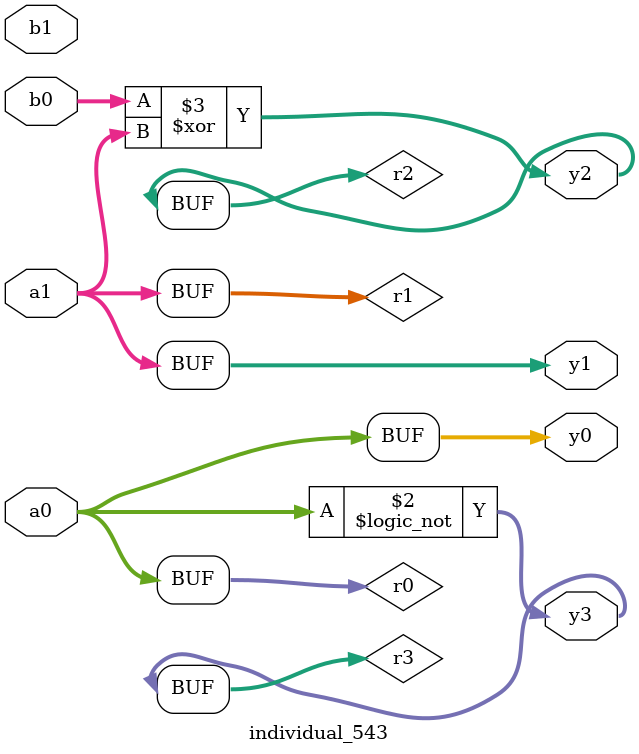
<source format=sv>
module individual_543(input logic [15:0] a1, input logic [15:0] a0, input logic [15:0] b1, input logic [15:0] b0, output logic [15:0] y3, output logic [15:0] y2, output logic [15:0] y1, output logic [15:0] y0);
logic [15:0] r0, r1, r2, r3; 
 always@(*) begin 
	 r0 = a0; r1 = a1; r2 = b0; r3 = b1; 
 	 r3 = ! r0 ;
 	 r2  ^=  r1 ;
 	 y3 = r3; y2 = r2; y1 = r1; y0 = r0; 
end
endmodule
</source>
